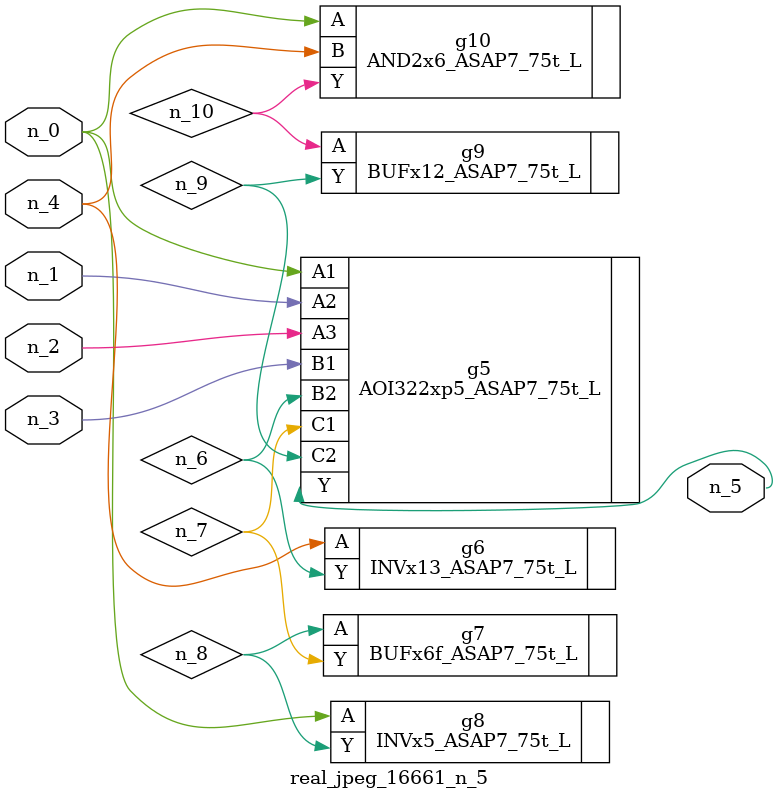
<source format=v>
module real_jpeg_16661_n_5 (n_4, n_0, n_1, n_2, n_3, n_5);

input n_4;
input n_0;
input n_1;
input n_2;
input n_3;

output n_5;

wire n_8;
wire n_6;
wire n_7;
wire n_10;
wire n_9;

AOI322xp5_ASAP7_75t_L g5 ( 
.A1(n_0),
.A2(n_1),
.A3(n_2),
.B1(n_3),
.B2(n_6),
.C1(n_7),
.C2(n_9),
.Y(n_5)
);

INVx5_ASAP7_75t_L g8 ( 
.A(n_0),
.Y(n_8)
);

AND2x6_ASAP7_75t_L g10 ( 
.A(n_0),
.B(n_4),
.Y(n_10)
);

INVx13_ASAP7_75t_L g6 ( 
.A(n_4),
.Y(n_6)
);

BUFx6f_ASAP7_75t_L g7 ( 
.A(n_8),
.Y(n_7)
);

BUFx12_ASAP7_75t_L g9 ( 
.A(n_10),
.Y(n_9)
);


endmodule
</source>
